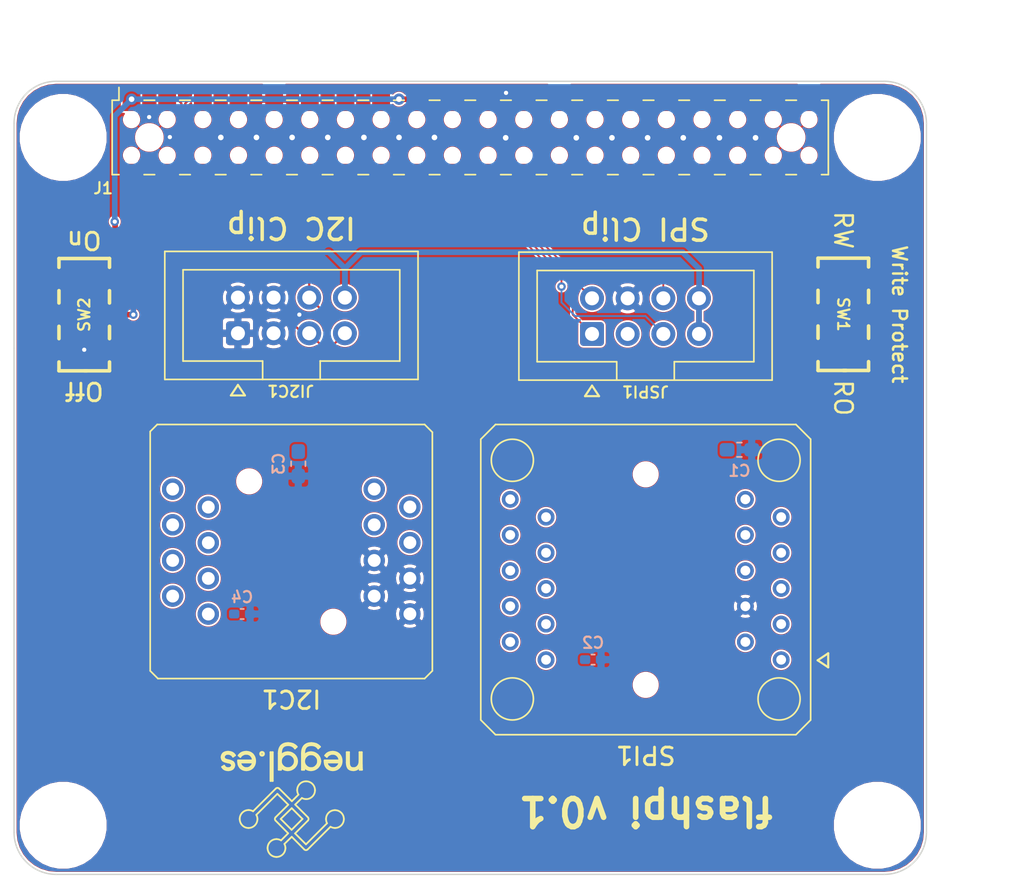
<source format=kicad_pcb>
(kicad_pcb (version 20171130) (host pcbnew "(5.1.10)-1")
  (title_block (rev 1))
  (layers (0 Front signal) (31 Back signal) (34 B.Paste user) (35 F.Paste user) (36 B.SilkS user) (37 F.SilkS user) (38 B.Mask user) (39 F.Mask user) (44 Edge.Cuts user))
  (net 0 "")
  (net 1 GND)
  (net 2 +3V3)
  (net 3 /I2C_SCL)
  (net 4 /I2C_SDA)
  (net 5 "Net-(J1-Pad7)")
  (net 6 "Net-(J1-Pad11)")
  (net 7 "Net-(J1-Pad13)")
  (net 8 "Net-(J1-Pad15)")
  (net 9 /SPI_MOSI)
  (net 10 /SPI_MISO)
  (net 11 /SPI_CLK)
  (net 12 "Net-(J1-Pad27)")
  (net 13 "Net-(J1-Pad29)")
  (net 14 "Net-(J1-Pad31)")
  (net 15 "Net-(J1-Pad33)")
  (net 16 "Net-(J1-Pad35)")
  (net 17 "Net-(J1-Pad37)")
  (net 18 "Net-(J1-Pad2)")
  (net 19 "Net-(J1-Pad4)")
  (net 20 "Net-(J1-Pad8)")
  (net 21 "Net-(J1-Pad10)")
  (net 22 "Net-(J1-Pad12)")
  (net 23 "Net-(J1-Pad16)")
  (net 24 "Net-(J1-Pad18)")
  (net 25 "Net-(J1-Pad22)")
  (net 26 /~SPI_CS)
  (net 27 "Net-(J1-Pad26)")
  (net 28 "Net-(J1-Pad28)")
  (net 29 "Net-(J1-Pad32)")
  (net 30 "Net-(J1-Pad36)")
  (net 31 "Net-(J1-Pad38)")
  (net 32 "Net-(J1-Pad40)")
  (net 33 /I2C_WP)
  (net 34 /SPI_WP)
  (net 35 VCC)
  (module "10-My-Footprints:Socket_ZIF_SOP_OTS-8(16)-1.27-03" (layer Front) (at 144.75 108.5 180)
    (fp_text reference I2C1 (at 0 -10.5 180 unlocked) (layer F.SilkS) (effects (font (size 1.25 1.25) (thickness 0.2))))
    (fp_text value "I2C ZIF Socket")
    (pad MP thru_hole circle (at 8.45 4.445) (size 1.524 1.524) (drill 0.915) (layers *.Cu *.Mask))
    (pad MP thru_hole circle (at -5.91 4.445) (size 1.524 1.524) (drill 0.915) (layers *.Cu *.Mask))
    (pad MP thru_hole circle (at 5.91 3.165) (size 1.524 1.524) (drill 0.915) (layers *.Cu *.Mask))
    (pad MP thru_hole circle (at 8.45 1.905) (size 1.524 1.524) (drill 0.915) (layers *.Cu *.Mask))
    (pad MP thru_hole circle (at -5.91 1.905) (size 1.524 1.524) (drill 0.915) (layers *.Cu *.Mask))
    (pad MP thru_hole circle (at -8.45 3.175) (size 1.524 1.524) (drill 0.915) (layers *.Cu *.Mask))
    (pad 8 thru_hole circle (at 5.91 -4.455) (size 1.524 1.524) (drill 0.915) (layers *.Cu *.Mask) (net 35 VCC))
    (pad 6 thru_hole circle (at 5.91 -1.915) (size 1.524 1.524) (drill 0.915) (layers *.Cu *.Mask) (net 3 /I2C_SCL))
    (pad 7 thru_hole circle (at 8.45 -3.175) (size 1.524 1.524) (drill 0.915) (layers *.Cu *.Mask) (net 33 /I2C_WP))
    (pad 1 thru_hole circle (at -8.45 -4.445) (size 1.524 1.524) (drill 0.915) (layers *.Cu *.Mask) (net 1 GND))
    (pad 3 thru_hole circle (at -8.45 -1.905) (size 1.524 1.524) (drill 0.915) (layers *.Cu *.Mask) (net 1 GND))
    (pad 2 thru_hole circle (at -5.91 -3.175) (size 1.524 1.524) (drill 0.915) (layers *.Cu *.Mask) (net 1 GND))
    (pad MP thru_hole circle (at 5.91 0.625) (size 1.524 1.524) (drill 0.915) (layers *.Cu *.Mask))
    (pad "" np_thru_hole circle (at 3 5 180) (size 1.6 1.6) (drill 1.6) (layers *.Cu *.Mask))
    (pad MP thru_hole circle (at -8.45 0.635) (size 1.524 1.524) (drill 0.915) (layers *.Cu *.Mask))
    (pad 4 thru_hole circle (at -5.91 -0.635) (size 1.524 1.524) (drill 0.915) (layers *.Cu *.Mask) (net 1 GND))
    (pad 5 thru_hole circle (at 8.45 -0.635) (size 1.524 1.524) (drill 0.915) (layers *.Cu *.Mask) (net 4 /I2C_SDA))
    (pad "" np_thru_hole circle (at -3 -5) (size 1.6 1.6) (drill 1.6) (layers *.Cu *.Mask))
  )
  (module Connector_IDC:IDC-Header_2x04_P2.54mm_Vertical (layer Front) (at 166.175 93 90)
    (fp_text reference JSPI1 (at -4.1 3.8 180 unlocked) (layer F.SilkS) (effects (font (size 0.8 0.8) (thickness 0.1524))))
    (fp_text value "SPI Clip")
    (fp_text user "SPI Clip" (at 7.5 3.8 180 unlocked) (layer F.SilkS) (effects (font (size 1.5 1.5) (thickness 0.25))))
    (pad 1 thru_hole roundrect (at 0 0 90) (size 1.7 1.7) (drill 1) (layers *.Cu *.Mask) (roundrect_rratio 0.147059) (net 26 /~SPI_CS))
    (pad 3 thru_hole circle (at 0 2.54 90) (size 1.7 1.7) (drill 1) (layers *.Cu *.Mask) (net 34 /SPI_WP))
    (pad 5 thru_hole circle (at 0 5.08 90) (size 1.7 1.7) (drill 1) (layers *.Cu *.Mask) (net 9 /SPI_MOSI))
    (pad 7 thru_hole circle (at 0 7.62 90) (size 1.7 1.7) (drill 1) (layers *.Cu *.Mask) (net 35 VCC))
    (pad 2 thru_hole circle (at 2.54 0 90) (size 1.7 1.7) (drill 1) (layers *.Cu *.Mask) (net 10 /SPI_MISO))
    (pad 4 thru_hole circle (at 2.54 2.54 90) (size 1.7 1.7) (drill 1) (layers *.Cu *.Mask) (net 1 GND))
    (pad 6 thru_hole circle (at 2.54 5.08 90) (size 1.7 1.7) (drill 1) (layers *.Cu *.Mask) (net 11 /SPI_CLK))
    (pad 8 thru_hole circle (at 2.54 7.62 90) (size 1.7 1.7) (drill 1) (layers *.Cu *.Mask) (net 35 VCC))
  )
  (module "11-My-Edits:Socket_ZIF_OTS-8(20)_1.27-01" (layer Front) (at 170 110.5 180)
    (fp_text reference SPI1 (at 0 -12.5 180 unlocked) (layer F.SilkS) (effects (font (size 1.25 1.25) (thickness 0.2))))
    (fp_text value "SPI ZIF socket")
    (pad MP thru_hole circle (at -7.1 5.72 180) (size 1.2 1.2) (drill 0.7) (layers *.Cu *.Mask))
    (pad 1 thru_hole circle (at -9.65 -5.71 180) (size 1.2 1.2) (drill 0.7) (layers *.Cu *.Mask) (net 26 /~SPI_CS))
    (pad MP thru_hole circle (at 9.65 5.72 180) (size 1.2 1.2) (drill 0.7) (layers *.Cu *.Mask))
    (pad 8 thru_hole circle (at 7.1 -5.71 180) (size 1.2 1.2) (drill 0.7) (layers *.Cu *.Mask) (net 35 VCC))
    (pad "" np_thru_hole circle (at 0 7.5) (size 1.6 1.6) (drill 1.6) (layers *.Cu *.Mask))
    (pad "" np_thru_hole circle (at 0 -7.5 180) (size 1.6 1.6) (drill 1.6) (layers *.Cu *.Mask))
    (pad 7 thru_hole circle (at 9.65 -4.44 180) (size 1.2 1.2) (drill 0.7) (layers *.Cu *.Mask) (net 35 VCC))
    (pad 6 thru_hole circle (at 7.1 -3.17 180) (size 1.2 1.2) (drill 0.7) (layers *.Cu *.Mask) (net 11 /SPI_CLK))
    (pad 5 thru_hole circle (at 9.65 -1.9 180) (size 1.2 1.2) (drill 0.7) (layers *.Cu *.Mask) (net 9 /SPI_MOSI))
    (pad MP thru_hole circle (at 7.1 -0.63 180) (size 1.2 1.2) (drill 0.7) (layers *.Cu *.Mask))
    (pad MP thru_hole circle (at 9.65 0.64 180) (size 1.2 1.2) (drill 0.7) (layers *.Cu *.Mask))
    (pad MP thru_hole circle (at 7.1 1.91 180) (size 1.2 1.2) (drill 0.7) (layers *.Cu *.Mask))
    (pad MP thru_hole circle (at 9.65 3.18 180) (size 1.2 1.2) (drill 0.7) (layers *.Cu *.Mask))
    (pad MP thru_hole circle (at 7.1 4.45 180) (size 1.2 1.2) (drill 0.7) (layers *.Cu *.Mask))
    (pad 2 thru_hole circle (at -7.1 -4.44 180) (size 1.2 1.2) (drill 0.7) (layers *.Cu *.Mask) (net 10 /SPI_MISO))
    (pad 3 thru_hole circle (at -9.65 -3.17 180) (size 1.2 1.2) (drill 0.7) (layers *.Cu *.Mask) (net 34 /SPI_WP))
    (pad 4 thru_hole circle (at -7.1 -1.9 180) (size 1.2 1.2) (drill 0.7) (layers *.Cu *.Mask) (net 1 GND))
    (pad MP thru_hole circle (at -9.65 -0.63 180) (size 1.2 1.2) (drill 0.7) (layers *.Cu *.Mask))
    (pad MP thru_hole circle (at -7.1 0.64 180) (size 1.2 1.2) (drill 0.7) (layers *.Cu *.Mask))
    (pad MP thru_hole circle (at -9.65 1.91 180) (size 1.2 1.2) (drill 0.7) (layers *.Cu *.Mask))
    (pad MP thru_hole circle (at -7.1 3.18 180) (size 1.2 1.2) (drill 0.7) (layers *.Cu *.Mask))
    (pad MP thru_hole circle (at -9.65 4.45 180) (size 1.2 1.2) (drill 0.7) (layers *.Cu *.Mask))
  )
  (module 40-EasyEDA-Scraper:SW-TH_SSSS213202 (layer Front) (at 130 91.625 270)
    (fp_text reference SW2 (at 0 0 90) (layer F.SilkS) (effects (font (size 0.8 0.8) (thickness 0.1524))))
    (fp_text value POWER)
    (fp_text user On (at -5.3 0 180 unlocked) (layer F.SilkS) (effects (font (size 1.25 1.25) (thickness 0.2))))
    (fp_text user Off (at 5.45 0 180 unlocked) (layer F.SilkS) (effects (font (size 1.25 1.25) (thickness 0.2))))
    (pad 4 smd rect (at -2.5 2 270) (size 1.2 1.524) (layers Front F.Paste F.Mask) (net 2 +3V3))
    (pad 5 smd rect (at 0 2 270) (size 1.2 1.524) (layers Front F.Paste F.Mask) (net 35 VCC))
    (pad 6 smd rect (at 2.5 2 270) (size 1.2 1.524) (layers Front F.Paste F.Mask) (net 1 GND))
    (pad 3 smd rect (at 2.5 -2 270) (size 1.2 1.524) (layers Front F.Paste F.Mask) (net 1 GND))
    (pad 2 smd rect (at 0 -2 270) (size 1.2 1.524) (layers Front F.Paste F.Mask) (net 35 VCC))
    (pad 1 smd rect (at -2.5 -2 270) (size 1.2 1.524) (layers Front F.Paste F.Mask) (net 2 +3V3))
  )
  (module 10-My-Footprints:neggle-logo-0.12 (layer Front) (at 144.8 120.65 180)
    (fp_text reference LOGO1 hide)
    (fp_text value Logo_Open_Hardware_Small hide)
  )
  (module Connector_IDC:IDC-Header_2x04_P2.54mm_Vertical (layer Front) (at 140.95 92.95 90)
    (fp_text reference JI2C1 (at -4.1 3.75 180 unlocked) (layer F.SilkS) (effects (font (size 0.8 0.8) (thickness 0.1524))))
    (fp_text value "I2C Clip")
    (fp_text user "I2C Clip" (at 7.5 3.8 180 unlocked) (layer F.SilkS) (effects (font (size 1.5 1.5) (thickness 0.25))))
    (pad 1 thru_hole roundrect (at 0 0 90) (size 1.7 1.7) (drill 1) (layers *.Cu *.Mask) (roundrect_rratio 0.147059) (net 1 GND))
    (pad 3 thru_hole circle (at 0 2.54 90) (size 1.7 1.7) (drill 1) (layers *.Cu *.Mask) (net 1 GND))
    (pad 5 thru_hole circle (at 0 5.08 90) (size 1.7 1.7) (drill 1) (layers *.Cu *.Mask) (net 4 /I2C_SDA))
    (pad 7 thru_hole circle (at 0 7.62 90) (size 1.7 1.7) (drill 1) (layers *.Cu *.Mask) (net 33 /I2C_WP))
    (pad 2 thru_hole circle (at 2.54 0 90) (size 1.7 1.7) (drill 1) (layers *.Cu *.Mask) (net 1 GND))
    (pad 4 thru_hole circle (at 2.54 2.54 90) (size 1.7 1.7) (drill 1) (layers *.Cu *.Mask) (net 1 GND) (thermal_gap 0.2))
    (pad 6 thru_hole circle (at 2.54 5.08 90) (size 1.7 1.7) (drill 1) (layers *.Cu *.Mask) (net 3 /I2C_SCL))
    (pad 8 thru_hole circle (at 2.54 7.62 90) (size 1.7 1.7) (drill 1) (layers *.Cu *.Mask) (net 35 VCC))
  )
  (module 40-EasyEDA-Scraper:SW-TH_SSSS213202 (layer Front) (at 184.075 91.6 270)
    (fp_text reference SW1 (at 0 0 270 unlocked) (layer F.SilkS) (effects (font (size 0.8 0.8) (thickness 0.1524))))
    (fp_text value WRITE_PROTECT)
    (fp_text user "Write Protect" (at 0 -4 270 unlocked) (layer F.SilkS) (effects (font (thickness 0.175))))
    (fp_text user RO (at 5.95 0 270 unlocked) (layer F.SilkS) (effects (font (size 1.25 1.25) (thickness 0.175))))
    (fp_text user RW (at -6 0 270 unlocked) (layer F.SilkS) (effects (font (size 1.25 1.25) (thickness 0.175))))
    (pad 4 smd rect (at -2.5 2 270) (size 1.2 1.524) (layers Front F.Paste F.Mask) (net 35 VCC))
    (pad 5 smd rect (at 0 2 270) (size 1.2 1.524) (layers Front F.Paste F.Mask) (net 33 /I2C_WP))
    (pad 6 smd rect (at 2.5 2 270) (size 1.2 1.524) (layers Front F.Paste F.Mask) (net 1 GND))
    (pad 3 smd rect (at 2.5 -2 270) (size 1.2 1.524) (layers Front F.Paste F.Mask) (net 1 GND))
    (pad 2 smd rect (at 0 -2 270) (size 1.2 1.524) (layers Front F.Paste F.Mask) (net 34 /SPI_WP))
    (pad 1 smd rect (at -2.5 -2 270) (size 1.2 1.524) (layers Front F.Paste F.Mask) (net 35 VCC))
  )
  (module 12-Collected-Footprints:RPi_Hat_Mounting_Hole (layer Front) (at 128.5 79)
    (fp_text reference H1 hide)
    (fp_text value Pi hide)
    (pad "" np_thru_hole circle (at 0 0) (size 2.75 2.75) (drill 2.75) (layers *.Cu *.Mask) (clearance 1.725))
  )
  (module 12-Collected-Footprints:RPi_Hat_Mounting_Hole (layer Front) (at 186.5 128)
    (fp_text reference H4 hide)
    (fp_text value Pi hide)
    (pad "" np_thru_hole circle (at 0 0) (size 2.75 2.75) (drill 2.75) (layers *.Cu *.Mask) (clearance 1.725))
  )
  (module 12-Collected-Footprints:RPi_Hat_Mounting_Hole (layer Front) (at 128.5 128)
    (fp_text reference H3 hide)
    (fp_text value Pi hide)
    (pad "" np_thru_hole circle (at 0 0) (size 2.75 2.75) (drill 2.75) (layers *.Cu *.Mask) (clearance 1.725))
  )
  (module 12-Collected-Footprints:RPi_Hat_Mounting_Hole (layer Front) (at 186.5 79)
    (fp_text reference H2 hide)
    (fp_text value Pi hide)
    (pad "" np_thru_hole circle (at 0 0) (size 2.75 2.75) (drill 2.75) (layers *.Cu *.Mask) (clearance 1.725))
  )
  (module Capacitor_SMD:C_0402_1005Metric_Pad0.74x0.62mm_HandSolder (layer Back) (at 141.25 112.95)
    (fp_text reference C4 (at 0 -1.2) (layer B.SilkS) (effects (font (size 0.8 0.8) (thickness 0.1524)) (justify mirror)))
    (fp_text value 0.1uF)
    (pad 1 smd roundrect (at -0.5675 0) (size 0.735 0.62) (layers Back B.Paste B.Mask) (net 35 VCC))
    (pad 2 smd roundrect (at 0.5675 0) (size 0.735 0.62) (layers Back B.Paste B.Mask) (net 1 GND))
  )
  (module Capacitor_SMD:C_0603_1608Metric_Pad1.05x0.95mm_HandSolder (layer Back) (at 145.25 102.25 270)
    (fp_text reference C3 (at 0 1.4 270) (layer B.SilkS) (effects (font (size 0.8 0.8) (thickness 0.1524)) (justify mirror)))
    (fp_text value 4.7uF)
    (pad 1 smd roundrect (at -0.875 0 270) (size 1.05 0.95) (layers Back B.Paste B.Mask) (net 35 VCC))
    (pad 2 smd roundrect (at 0.875 0 270) (size 1.05 0.95) (layers Back B.Paste B.Mask) (net 1 GND))
  )
  (module Capacitor_SMD:C_0402_1005Metric_Pad0.74x0.62mm_HandSolder (layer Back) (at 166.25 116.2)
    (fp_text reference C2 (at 0 -1.2 180) (layer B.SilkS) (effects (font (size 0.8 0.8) (thickness 0.1524)) (justify mirror)))
    (fp_text value 0.1uF)
    (pad 2 smd roundrect (at 0.5675 0) (size 0.735 0.62) (layers Back B.Paste B.Mask) (net 1 GND))
    (pad 1 smd roundrect (at -0.5675 0) (size 0.735 0.62) (layers Back B.Paste B.Mask) (net 35 VCC))
  )
  (module Capacitor_SMD:C_0603_1608Metric_Pad1.05x0.95mm_HandSolder (layer Back) (at 176.675 101.25)
    (fp_text reference C1 (at 0 1.5 180) (layer B.SilkS) (effects (font (size 0.8 0.8) (thickness 0.1524)) (justify mirror)))
    (fp_text value 4.7uF)
    (pad 2 smd roundrect (at 0.875 0) (size 1.05 0.95) (layers Back B.Paste B.Mask) (net 1 GND))
    (pad 1 smd roundrect (at -0.875 0) (size 1.05 0.95) (layers Back B.Paste B.Mask) (net 35 VCC))
  )
  (module 11-My-Edits:Samtec_HLE-120-02-xxx-DV-BE-A_2x20_P2.54mm_Horizontal_3D (layer Front) (at 157.5 79)
    (fp_text reference J1 (at -26.15 3.62) (layer F.SilkS) (effects (font (size 0.8 0.8) (thickness 0.1524))))
    (fp_text value RPi_GPIO_Compact)
    (pad "" np_thru_hole circle (at -22.86 0) (size 1.78 1.78) (drill 1.78) (layers *.Cu *.Mask))
    (pad "" np_thru_hole circle (at 22.86 0) (size 1.78 1.78) (drill 1.78) (layers *.Cu *.Mask))
    (pad "" np_thru_hole circle (at -24.13 -1.27) (size 0.97 0.97) (drill 0.97) (layers *.Cu *.Mask))
    (pad "" np_thru_hole circle (at -24.13 1.27) (size 0.97 0.97) (drill 0.97) (layers *.Cu *.Mask))
    (pad "" np_thru_hole circle (at -21.59 -1.27) (size 0.97 0.97) (drill 0.97) (layers *.Cu *.Mask))
    (pad "" np_thru_hole circle (at -21.59 1.27) (size 0.97 0.97) (drill 0.97) (layers *.Cu *.Mask))
    (pad "" np_thru_hole circle (at -19.05 -1.27) (size 0.97 0.97) (drill 0.97) (layers *.Cu *.Mask))
    (pad "" np_thru_hole circle (at -19.05 1.27) (size 0.97 0.97) (drill 0.97) (layers *.Cu *.Mask))
    (pad "" np_thru_hole circle (at -16.51 -1.27) (size 0.97 0.97) (drill 0.97) (layers *.Cu *.Mask))
    (pad "" np_thru_hole circle (at -16.51 1.27) (size 0.97 0.97) (drill 0.97) (layers *.Cu *.Mask))
    (pad "" np_thru_hole circle (at -13.97 -1.27) (size 0.97 0.97) (drill 0.97) (layers *.Cu *.Mask))
    (pad "" np_thru_hole circle (at -13.97 1.27) (size 0.97 0.97) (drill 0.97) (layers *.Cu *.Mask))
    (pad "" np_thru_hole circle (at -11.43 -1.27) (size 0.97 0.97) (drill 0.97) (layers *.Cu *.Mask))
    (pad "" np_thru_hole circle (at -11.43 1.27) (size 0.97 0.97) (drill 0.97) (layers *.Cu *.Mask))
    (pad "" np_thru_hole circle (at -8.89 -1.27) (size 0.97 0.97) (drill 0.97) (layers *.Cu *.Mask))
    (pad "" np_thru_hole circle (at -8.89 1.27) (size 0.97 0.97) (drill 0.97) (layers *.Cu *.Mask))
    (pad "" np_thru_hole circle (at -6.35 -1.27) (size 0.97 0.97) (drill 0.97) (layers *.Cu *.Mask))
    (pad "" np_thru_hole circle (at -6.35 1.27) (size 0.97 0.97) (drill 0.97) (layers *.Cu *.Mask))
    (pad "" np_thru_hole circle (at -3.81 -1.27) (size 0.97 0.97) (drill 0.97) (layers *.Cu *.Mask))
    (pad "" np_thru_hole circle (at -3.81 1.27) (size 0.97 0.97) (drill 0.97) (layers *.Cu *.Mask))
    (pad "" np_thru_hole circle (at -1.27 -1.27) (size 0.97 0.97) (drill 0.97) (layers *.Cu *.Mask))
    (pad "" np_thru_hole circle (at -1.27 1.27) (size 0.97 0.97) (drill 0.97) (layers *.Cu *.Mask))
    (pad "" np_thru_hole circle (at 1.27 -1.27) (size 0.97 0.97) (drill 0.97) (layers *.Cu *.Mask))
    (pad "" np_thru_hole circle (at 1.27 1.27) (size 0.97 0.97) (drill 0.97) (layers *.Cu *.Mask))
    (pad "" np_thru_hole circle (at 3.81 -1.27) (size 0.97 0.97) (drill 0.97) (layers *.Cu *.Mask))
    (pad "" np_thru_hole circle (at 3.81 1.27) (size 0.97 0.97) (drill 0.97) (layers *.Cu *.Mask))
    (pad "" np_thru_hole circle (at 6.35 -1.27) (size 0.97 0.97) (drill 0.97) (layers *.Cu *.Mask))
    (pad "" np_thru_hole circle (at 6.35 1.27) (size 0.97 0.97) (drill 0.97) (layers *.Cu *.Mask))
    (pad "" np_thru_hole circle (at 8.89 -1.27) (size 0.97 0.97) (drill 0.97) (layers *.Cu *.Mask))
    (pad "" np_thru_hole circle (at 8.89 1.27) (size 0.97 0.97) (drill 0.97) (layers *.Cu *.Mask))
    (pad "" np_thru_hole circle (at 11.43 -1.27) (size 0.97 0.97) (drill 0.97) (layers *.Cu *.Mask))
    (pad "" np_thru_hole circle (at 11.43 1.27) (size 0.97 0.97) (drill 0.97) (layers *.Cu *.Mask))
    (pad "" np_thru_hole circle (at 13.97 -1.27) (size 0.97 0.97) (drill 0.97) (layers *.Cu *.Mask))
    (pad "" np_thru_hole circle (at 13.97 1.27) (size 0.97 0.97) (drill 0.97) (layers *.Cu *.Mask))
    (pad "" np_thru_hole circle (at 16.51 -1.27) (size 0.97 0.97) (drill 0.97) (layers *.Cu *.Mask))
    (pad "" np_thru_hole circle (at 16.51 1.27) (size 0.97 0.97) (drill 0.97) (layers *.Cu *.Mask))
    (pad "" np_thru_hole circle (at 19.05 -1.27) (size 0.97 0.97) (drill 0.97) (layers *.Cu *.Mask))
    (pad "" np_thru_hole circle (at 19.05 1.27) (size 0.97 0.97) (drill 0.97) (layers *.Cu *.Mask))
    (pad "" np_thru_hole circle (at 21.59 -1.27) (size 0.97 0.97) (drill 0.97) (layers *.Cu *.Mask))
    (pad "" np_thru_hole circle (at 21.59 1.27) (size 0.97 0.97) (drill 0.97) (layers *.Cu *.Mask))
    (pad "" np_thru_hole circle (at 24.13 -1.27) (size 0.97 0.97) (drill 0.97) (layers *.Cu *.Mask))
    (pad "" np_thru_hole circle (at 24.13 1.27) (size 0.97 0.97) (drill 0.97) (layers *.Cu *.Mask))
    (pad 1 smd rect (at -24.13 -2.72) (size 1.27 1.68) (layers Front F.Paste F.Mask) (net 2 +3V3))
    (pad 3 smd rect (at -21.59 -2.72) (size 1.27 1.68) (layers Front F.Paste F.Mask) (net 4 /I2C_SDA))
    (pad 5 smd rect (at -19.05 -2.72) (size 1.27 1.68) (layers Front F.Paste F.Mask) (net 3 /I2C_SCL))
    (pad 7 smd rect (at -16.51 -2.72) (size 1.27 1.68) (layers Front F.Paste F.Mask) (net 5 "Net-(J1-Pad7)"))
    (pad 9 smd rect (at -13.97 -2.72) (size 1.27 1.68) (layers Front F.Paste F.Mask) (net 1 GND))
    (pad 11 smd rect (at -11.43 -2.72) (size 1.27 1.68) (layers Front F.Paste F.Mask) (net 6 "Net-(J1-Pad11)"))
    (pad 13 smd rect (at -8.89 -2.72) (size 1.27 1.68) (layers Front F.Paste F.Mask) (net 7 "Net-(J1-Pad13)"))
    (pad 15 smd rect (at -6.35 -2.72) (size 1.27 1.68) (layers Front F.Paste F.Mask) (net 8 "Net-(J1-Pad15)"))
    (pad 17 smd rect (at -3.81 -2.72) (size 1.27 1.68) (layers Front F.Paste F.Mask) (net 2 +3V3))
    (pad 19 smd rect (at -1.27 -2.72) (size 1.27 1.68) (layers Front F.Paste F.Mask) (net 9 /SPI_MOSI))
    (pad 21 smd rect (at 1.27 -2.72) (size 1.27 1.68) (layers Front F.Paste F.Mask) (net 10 /SPI_MISO))
    (pad 23 smd rect (at 3.81 -2.72) (size 1.27 1.68) (layers Front F.Paste F.Mask) (net 11 /SPI_CLK))
    (pad 25 smd rect (at 6.35 -2.72) (size 1.27 1.68) (layers Front F.Paste F.Mask) (net 1 GND))
    (pad 27 smd rect (at 8.89 -2.72) (size 1.27 1.68) (layers Front F.Paste F.Mask) (net 12 "Net-(J1-Pad27)"))
    (pad 29 smd rect (at 11.43 -2.72) (size 1.27 1.68) (layers Front F.Paste F.Mask) (net 13 "Net-(J1-Pad29)"))
    (pad 31 smd rect (at 13.97 -2.72) (size 1.27 1.68) (layers Front F.Paste F.Mask) (net 14 "Net-(J1-Pad31)"))
    (pad 33 smd rect (at 16.51 -2.72) (size 1.27 1.68) (layers Front F.Paste F.Mask) (net 15 "Net-(J1-Pad33)"))
    (pad 35 smd rect (at 19.05 -2.72) (size 1.27 1.68) (layers Front F.Paste F.Mask) (net 16 "Net-(J1-Pad35)"))
    (pad 37 smd rect (at 21.59 -2.72) (size 1.27 1.68) (layers Front F.Paste F.Mask) (net 17 "Net-(J1-Pad37)"))
    (pad 39 smd rect (at 24.13 -2.72) (size 1.27 1.68) (layers Front F.Paste F.Mask) (net 1 GND))
    (pad 2 smd rect (at -24.13 2.72) (size 1.27 1.68) (layers Front F.Paste F.Mask) (net 18 "Net-(J1-Pad2)"))
    (pad 4 smd rect (at -21.59 2.72) (size 1.27 1.68) (layers Front F.Paste F.Mask) (net 19 "Net-(J1-Pad4)"))
    (pad 6 smd rect (at -19.05 2.72) (size 1.27 1.68) (layers Front F.Paste F.Mask) (net 1 GND))
    (pad 8 smd rect (at -16.51 2.72) (size 1.27 1.68) (layers Front F.Paste F.Mask) (net 20 "Net-(J1-Pad8)"))
    (pad 10 smd rect (at -13.97 2.72) (size 1.27 1.68) (layers Front F.Paste F.Mask) (net 21 "Net-(J1-Pad10)"))
    (pad 12 smd rect (at -11.43 2.72) (size 1.27 1.68) (layers Front F.Paste F.Mask) (net 22 "Net-(J1-Pad12)"))
    (pad 14 smd rect (at -8.89 2.72) (size 1.27 1.68) (layers Front F.Paste F.Mask) (net 1 GND))
    (pad 16 smd rect (at -6.35 2.72) (size 1.27 1.68) (layers Front F.Paste F.Mask) (net 23 "Net-(J1-Pad16)"))
    (pad 18 smd rect (at -3.81 2.72) (size 1.27 1.68) (layers Front F.Paste F.Mask) (net 24 "Net-(J1-Pad18)"))
    (pad 20 smd rect (at -1.27 2.72) (size 1.27 1.68) (layers Front F.Paste F.Mask) (net 1 GND))
    (pad 22 smd rect (at 1.27 2.72) (size 1.27 1.68) (layers Front F.Paste F.Mask) (net 25 "Net-(J1-Pad22)"))
    (pad 24 smd rect (at 3.81 2.72) (size 1.27 1.68) (layers Front F.Paste F.Mask) (net 26 /~SPI_CS))
    (pad 26 smd rect (at 6.35 2.72) (size 1.27 1.68) (layers Front F.Paste F.Mask) (net 27 "Net-(J1-Pad26)"))
    (pad 28 smd rect (at 8.89 2.72) (size 1.27 1.68) (layers Front F.Paste F.Mask) (net 28 "Net-(J1-Pad28)"))
    (pad 30 smd rect (at 11.43 2.72) (size 1.27 1.68) (layers Front F.Paste F.Mask) (net 1 GND))
    (pad 32 smd rect (at 13.97 2.72) (size 1.27 1.68) (layers Front F.Paste F.Mask) (net 29 "Net-(J1-Pad32)"))
    (pad 34 smd rect (at 16.51 2.72) (size 1.27 1.68) (layers Front F.Paste F.Mask) (net 1 GND))
    (pad 36 smd rect (at 19.05 2.72) (size 1.27 1.68) (layers Front F.Paste F.Mask) (net 30 "Net-(J1-Pad36)"))
    (pad 38 smd rect (at 21.59 2.72) (size 1.27 1.68) (layers Front F.Paste F.Mask) (net 31 "Net-(J1-Pad38)"))
    (pad 40 smd rect (at 24.13 2.72) (size 1.27 1.68) (layers Front F.Paste F.Mask) (net 32 "Net-(J1-Pad40)"))
  )
  (gr_text "flashpi v0.1" (at 170 127 180) (layer F.SilkS) (effects (font (size 2 2) (thickness 0.4))))
  (gr_line (start 128 75) (end 187 75) (angle 90) (layer Edge.Cuts) (width 0.1))
  (gr_line (start 128 131.5) (end 187 131.5) (angle 90) (layer Edge.Cuts) (width 0.1))
  (gr_line (start 190 78) (end 190 128.5) (angle 90) (layer Edge.Cuts) (width 0.1))
  (gr_arc (start 128 128.5) (end 128 131.5) (angle 90) (layer Edge.Cuts) (width 0.1))
  (gr_arc (start 187 128.5) (end 190 128.5) (angle 90) (layer Edge.Cuts) (width 0.1))
  (gr_line (start 125 78) (end 125 94) (layer Edge.Cuts) (width 0.1))
  (gr_arc (start 128 78) (end 125 78) (angle 90) (layer Edge.Cuts) (width 0.1))
  (gr_line (start 125 94) (end 125 128.5) (layer Edge.Cuts) (width 0.1))
  (gr_arc (start 187 78) (end 187 75) (angle 90) (layer Edge.Cuts) (width 0.1))
  (via (at 160.05 75.825) (size 0.6) (drill 0.3) (layers Front Back) (net 1))
  (via (at 136.1 78.975) (size 0.6) (drill 0.3) (layers Front Back) (net 1))
  (via (at 134.625 77.55) (size 0.6) (drill 0.3) (layers Front Back) (net 1))
  (via (at 149.925 79) (size 0.8) (drill 0.4) (layers Front Back) (net 1))
  (via (at 147.35 79) (size 0.8) (drill 0.4) (layers Front Back) (net 1))
  (via (at 144.81 79) (size 0.8) (drill 0.4) (layers Front Back) (net 1))
  (via (at 142.27 79) (size 0.8) (drill 0.4) (layers Front Back) (net 1))
  (via (at 139.73 79) (size 0.8) (drill 0.4) (layers Front Back) (net 1))
  (via (at 165.055 79.025) (size 0.8) (drill 0.4) (layers Front Back) (net 1))
  (via (at 170.135 79.025) (size 0.8) (drill 0.4) (layers Front Back) (net 1))
  (via (at 172.675 79.025) (size 0.8) (drill 0.4) (layers Front Back) (net 1))
  (via (at 175.25 79.025) (size 0.8) (drill 0.4) (layers Front Back) (net 1))
  (via (at 167.595 79.025) (size 0.8) (drill 0.4) (layers Front Back) (net 1))
  (via (at 177.825 79.025) (size 0.8) (drill 0.4) (layers Front Back) (net 1))
  (via (at 154.95 79) (size 0.8) (drill 0.4) (layers Front Back) (net 1))
  (via (at 160.025 79.025) (size 0.8) (drill 0.4) (layers Front Back) (net 1))
  (via (at 145.325 91.625) (size 0.6) (drill 0.3) (layers Front Back) (net 1))
  (via (at 130 94.125) (size 0.6) (drill 0.3) (layers Front Back) (net 1))
  (via (at 152.425 79) (size 0.8) (drill 0.4) (layers Front Back) (net 1))
  (via (at 133.375 76.275) (size 0.8) (drill 0.4) (layers Front Back) (net 2))
  (segment (start 133.375 76.275) (end 152.425 76.275) (width 0.4) (layer Back) (net 2))
  (via (at 152.425 76.275) (size 0.8) (drill 0.4) (layers Front Back) (net 2))
  (segment (start 152.43 76.28) (end 152.425 76.275) (width 0.4) (layer Front) (net 2))
  (segment (start 153.69 76.28) (end 152.43 76.28) (width 0.4) (layer Front) (net 2))
  (segment (start 128 89.125) (end 132 89.125) (width 0.4) (layer Front) (net 2))
  (via (at 132.175 85) (size 0.6) (drill 0.3) (layers Front Back) (net 2))
  (segment (start 132.2 85.025) (end 132.175 85) (width 0.4) (layer Front) (net 2))
  (segment (start 132.2 88.925) (end 132.2 85.025) (width 0.4) (layer Front) (net 2))
  (segment (start 133.375 76.275) (end 132.175 77.475) (width 0.4) (layer Back) (net 2))
  (segment (start 132.175 77.475) (end 132.175 85) (width 0.4) (layer Back) (net 2))
  (segment (start 147.320589 91.700589) (end 146.03 90.41) (width 0.1524) (layer Front) (net 3))
  (segment (start 147.320589 95) (end 147.320589 91.700589) (width 0.1524) (layer Front) (net 3))
  (segment (start 146.03 89.405) (end 146.03 90.41) (width 0.1524) (layer Front) (net 3))
  (segment (start 144.825 88.2) (end 146.03 89.405) (width 0.1524) (layer Front) (net 3))
  (segment (start 140 88.2) (end 144.825 88.2) (width 0.1524) (layer Front) (net 3))
  (segment (start 137.2 85.4) (end 140 88.2) (width 0.1524) (layer Front) (net 3))
  (segment (start 137.2 76.575) (end 137.2 85.4) (width 0.1524) (layer Front) (net 3))
  (segment (start 137.495 76.28) (end 137.2 76.575) (width 0.1524) (layer Front) (net 3))
  (segment (start 138.45 76.28) (end 137.495 76.28) (width 0.1524) (layer Front) (net 3))
  (segment (start 147.025 93.945) (end 147.025 95) (width 0.1524) (layer Front) (net 4))
  (segment (start 146.03 92.95) (end 147.025 93.945) (width 0.1524) (layer Front) (net 4))
  (segment (start 145.55 92.95) (end 146.03 92.95) (width 0.1524) (layer Front) (net 4))
  (segment (start 144.7 89.070146) (end 144.7 92.1) (width 0.1524) (layer Front) (net 4))
  (segment (start 144.109265 88.479411) (end 144.7 89.070146) (width 0.1524) (layer Front) (net 4))
  (segment (start 139.884265 88.479411) (end 144.109265 88.479411) (width 0.1524) (layer Front) (net 4))
  (segment (start 136.92059 85.515736) (end 139.884265 88.479411) (width 0.1524) (layer Front) (net 4))
  (segment (start 144.7 92.1) (end 145.55 92.95) (width 0.1524) (layer Front) (net 4))
  (segment (start 136.92059 76.57059) (end 136.92059 85.515736) (width 0.1524) (layer Front) (net 4))
  (segment (start 136.63 76.28) (end 136.92059 76.57059) (width 0.1524) (layer Front) (net 4))
  (segment (start 135.91 76.28) (end 136.63 76.28) (width 0.1524) (layer Front) (net 4))
  (via (at 164 89.625) (size 0.6) (drill 0.3) (layers Front Back) (net 9))
  (segment (start 164 90.75) (end 164 89.625) (width 0.127) (layer Back) (net 9))
  (segment (start 164.975 91.725) (end 164 90.75) (width 0.127) (layer Back) (net 9))
  (segment (start 169.98 91.725) (end 164.975 91.725) (width 0.127) (layer Back) (net 9))
  (segment (start 171.255 93) (end 169.98 91.725) (width 0.127) (layer Back) (net 9))
  (segment (start 157.005 76.28) (end 156.23 76.28) (width 0.127) (layer Front) (net 9))
  (segment (start 157.55 76.825) (end 157.005 76.28) (width 0.127) (layer Front) (net 9))
  (segment (start 157.55 82.75) (end 157.55 76.825) (width 0.127) (layer Front) (net 9))
  (segment (start 157.925 83.125) (end 157.55 82.75) (width 0.127) (layer Front) (net 9))
  (segment (start 161.125 83.125) (end 157.925 83.125) (width 0.127) (layer Front) (net 9))
  (segment (start 161.59559 83.59559) (end 161.125 83.125) (width 0.127) (layer Front) (net 9))
  (segment (start 161.59559 86.670589) (end 161.59559 83.59559) (width 0.127) (layer Front) (net 9))
  (segment (start 164 89.074999) (end 161.59559 86.670589) (width 0.127) (layer Front) (net 9))
  (segment (start 164 89.625) (end 164 89.074999) (width 0.127) (layer Front) (net 9))
  (segment (start 166.175 90.459708) (end 166.175 90.46) (width 0.127) (layer Front) (net 10))
  (segment (start 162.170589 86.455297) (end 166.175 90.459708) (width 0.127) (layer Front) (net 10))
  (segment (start 161.425 78.825) (end 162.170589 79.570589) (width 0.127) (layer Front) (net 10))
  (segment (start 162.170589 79.570589) (end 162.170589 86.455297) (width 0.127) (layer Front) (net 10))
  (segment (start 160.9 78.825) (end 161.425 78.825) (width 0.127) (layer Front) (net 10))
  (segment (start 159.825 77.75) (end 160.9 78.825) (width 0.127) (layer Front) (net 10))
  (segment (start 159.825 76.55) (end 159.825 77.75) (width 0.127) (layer Front) (net 10))
  (segment (start 159.555 76.28) (end 159.825 76.55) (width 0.127) (layer Front) (net 10))
  (segment (start 158.77 76.28) (end 159.555 76.28) (width 0.127) (layer Front) (net 10))
  (segment (start 170.675 88.775) (end 171.255 89.355) (width 0.127) (layer Front) (net 11))
  (segment (start 164.9 88.775) (end 170.675 88.775) (width 0.127) (layer Front) (net 11))
  (segment (start 171.255 89.355) (end 171.255 90.46) (width 0.127) (layer Front) (net 11))
  (segment (start 162.45 86.325) (end 164.9 88.775) (width 0.127) (layer Front) (net 11))
  (segment (start 162.45 76.95) (end 162.45 86.325) (width 0.127) (layer Front) (net 11))
  (segment (start 161.78 76.28) (end 162.45 76.95) (width 0.127) (layer Front) (net 11))
  (segment (start 161.31 76.28) (end 161.78 76.28) (width 0.127) (layer Front) (net 11))
  (segment (start 164.8 91.625) (end 166.175 93) (width 0.127) (layer Front) (net 26))
  (segment (start 164.8 89.479854) (end 164.8 91.625) (width 0.127) (layer Front) (net 26))
  (segment (start 161.875 86.554854) (end 164.8 89.479854) (width 0.127) (layer Front) (net 26))
  (segment (start 161.875 82.285) (end 161.875 86.554854) (width 0.127) (layer Front) (net 26))
  (segment (start 161.31 81.72) (end 161.875 82.285) (width 0.127) (layer Front) (net 26))
  (segment (start 147.6 93.92) (end 147.6 95) (width 0.1524) (layer Front) (net 33))
  (segment (start 148.57 92.95) (end 147.6 93.92) (width 0.1524) (layer Front) (net 33))
  (segment (start 168.715 93) (end 168.725 93.01) (width 0.127) (layer Back) (net 34))
  (segment (start 168.475 93.26) (end 168.725 93.01) (width 0.127) (layer Front) (net 34))
  (segment (start 148.57 90.41) (end 148.585 90.425) (width 0.4) (layer Back) (net 35))
  (segment (start 173.795 90.46) (end 173.795 93) (width 0.4) (layer Front) (net 35))
  (segment (start 173.795 93) (end 173.795 90.46) (width 0.4) (layer Back) (net 35))
  (segment (start 128 91.625) (end 132 91.625) (width 0.4) (layer Front) (net 35))
  (segment (start 132 91.625) (end 133.5 91.625) (width 0.4) (layer Front) (net 35))
  (via (at 133.5 91.625) (size 0.6) (drill 0.3) (layers Front Back) (net 35))
  (segment (start 173.795 90.445) (end 173.795 90.46) (width 0.4) (layer Back) (net 35))
  (segment (start 173.8 90.44) (end 173.795 90.445) (width 0.4) (layer Back) (net 35))
  (segment (start 172.625 87.175) (end 173.8 88.35) (width 0.4) (layer Back) (net 35))
  (segment (start 173.8 88.35) (end 173.8 90.44) (width 0.4) (layer Back) (net 35))
  (segment (start 149.725 87.175) (end 172.625 87.175) (width 0.4) (layer Back) (net 35))
  (segment (start 148.575 88.325) (end 149.725 87.175) (width 0.4) (layer Back) (net 35))
  (segment (start 148.575 90.415) (end 148.575 88.325) (width 0.4) (layer Back) (net 35))
  (segment (start 148.57 90.41) (end 148.575 90.415) (width 0.4) (layer Back) (net 35))
  (segment (start 148.57 88.32) (end 147.425 87.175) (width 0.4) (layer Back) (net 35))
  (segment (start 148.57 90.41) (end 148.57 88.32) (width 0.4) (layer Back) (net 35))
  (segment (start 147.425 87.175) (end 134.65 87.175) (width 0.4) (layer Back) (net 35))
  (segment (start 133.5 88.325) (end 133.5 91.625) (width 0.4) (layer Back) (net 35))
  (segment (start 134.65 87.175) (end 133.5 88.325) (width 0.4) (layer Back) (net 35))
  (zone (net 1) (net_name GND) (layer Front) (connect_pads (clearance 0.127)) (min_thickness 0.127) (fill yes (arc_segments 32) (thermal_gap 0.225) (thermal_bridge_width 0.508) (smoothing fillet) (radius 0.1524))
    (polygon (pts (xy 191 132.5) (xy 124 132.5) (xy 124 74) (xy 191 74)))
  )
  (zone (net 1) (net_name GND) (layer Back) (connect_pads (clearance 0.1524)) (min_thickness 0.127) (fill yes (arc_segments 32) (thermal_gap 0.225) (thermal_bridge_width 0.508) (smoothing fillet) (radius 0.1524))
    (polygon (pts (xy 191 132.5) (xy 124 132.5) (xy 124 74) (xy 191 74)))
  )
)
</source>
